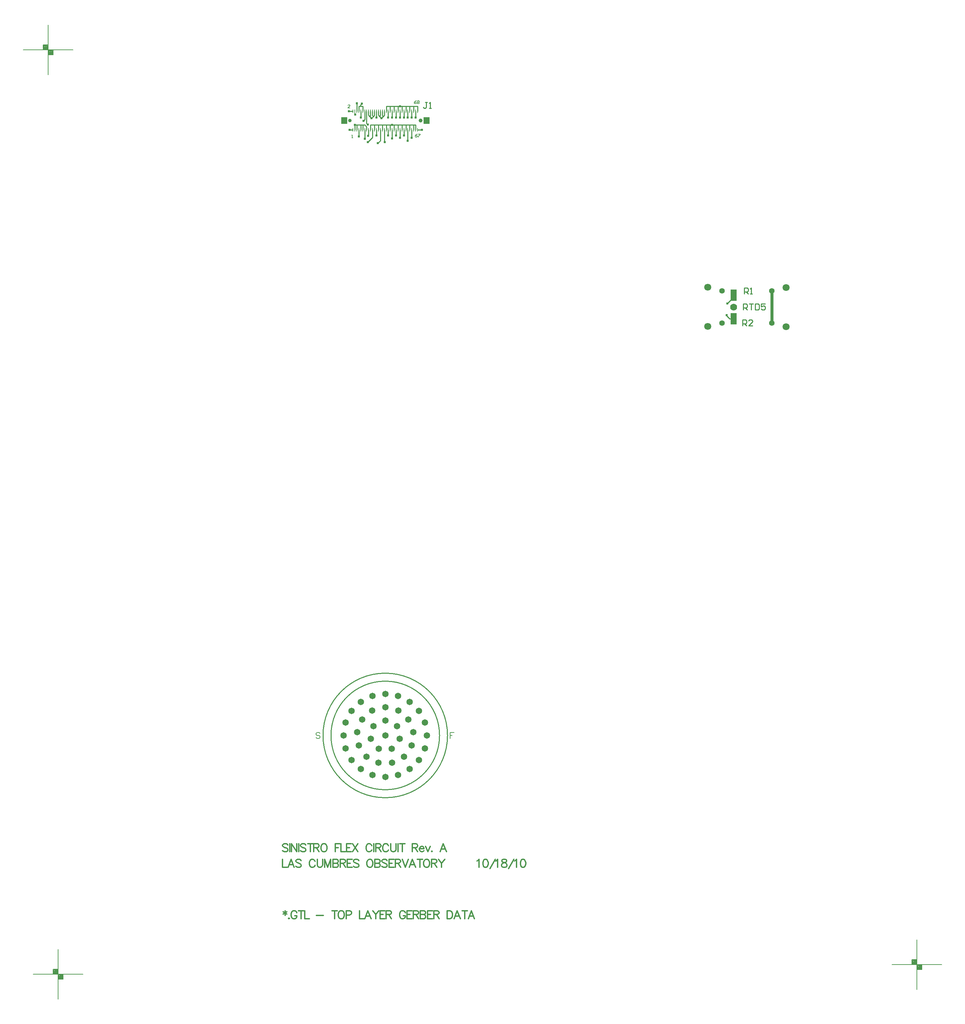
<source format=gtl>
%FSLAX25Y25*%
%MOIN*%
G70*
G01*
G75*
G04 Layer_Physical_Order=1*
G04 Layer_Color=255*
%ADD10C,0.01000*%
%ADD11R,0.05906X0.11811*%
%ADD12R,0.00984X0.03543*%
%ADD13R,0.06299X0.07087*%
%ADD14C,0.03000*%
%ADD15C,0.00800*%
%ADD16C,0.00500*%
%ADD17C,0.01201*%
%ADD18C,0.01200*%
%ADD19C,0.01201*%
%ADD20C,0.07000*%
%ADD21C,0.06500*%
%ADD22C,0.03937*%
%ADD23C,0.03543*%
%ADD24C,0.05512*%
%ADD25C,0.07087*%
%ADD26C,0.02400*%
D10*
X105682Y-641201D02*
G03*
X105682Y-641201I-54501J0D01*
G01*
X113685D02*
G03*
X113685Y-641201I-62505J0D01*
G01*
X34448Y-39271D02*
Y-33169D01*
X79723Y-9508D02*
X83660D01*
X75786D02*
X79723D01*
X83660D01*
X75786D02*
X79723D01*
X71849D02*
X75786D01*
X67912D02*
X71849D01*
X79723D02*
X83660D01*
X75786D02*
X79723D01*
X71849D02*
X75786D01*
X67912D02*
X71849D01*
X63975D02*
X67912D01*
X60038D02*
X63975D01*
X79723D02*
X83660D01*
X75786D02*
X79723D01*
X71849D02*
X75786D01*
X79723D02*
X83660D01*
X75786D02*
X79723D01*
X71849D02*
X75786D01*
X67912D02*
X71849D01*
X79723Y-14468D02*
Y-9508D01*
X75786Y-14468D02*
Y-9508D01*
X71849Y-14468D02*
Y-9508D01*
X63975Y-14468D02*
Y-9508D01*
X60038Y-14468D02*
Y-9508D01*
X67912Y-14468D02*
Y-9508D01*
X79723Y-28308D02*
X81692D01*
X75786D02*
X79723D01*
X71849D02*
X75786D01*
X67912D02*
X71849D01*
X63975D02*
X67912D01*
X79723D02*
X81692D01*
X75786D02*
X79723D01*
X81692D01*
X75786D02*
X79723D01*
X71849D02*
X75786D01*
X67912D02*
X71849D01*
X79723D02*
X81692D01*
X75786D02*
X79723D01*
X71849D02*
X75786D01*
X67912D02*
X71849D01*
X63975D02*
X67912D01*
X60038D02*
X63975D01*
X79723D02*
X81692D01*
X75786D02*
X79723D01*
X71849D02*
X75786D01*
X79723Y-33169D02*
Y-28308D01*
X71849Y-33169D02*
Y-28308D01*
X67912Y-33169D02*
Y-28308D01*
X75786Y-33169D02*
Y-28308D01*
X63975Y-33169D02*
Y-28308D01*
X60038Y-33169D02*
Y-28308D01*
X79723Y-9508D02*
X83660D01*
X75786D02*
X79723D01*
X71849D02*
X75786D01*
X67912D02*
X71849D01*
X63975D02*
X67912D01*
X60038D02*
X63975D01*
X56101D02*
X60038D01*
X52164D02*
X56101D01*
X79723D02*
X83660D01*
X75786D02*
X79723D01*
X71849D02*
X75786D01*
X67912D02*
X71849D01*
X63975D02*
X67912D01*
X60038D02*
X63975D01*
X56101D02*
X60038D01*
X56101Y-14468D02*
Y-9508D01*
X79723Y-28308D02*
X81692D01*
X75786D02*
X79723D01*
X71849D02*
X75786D01*
X67912D02*
X71849D01*
X63975D02*
X67912D01*
X60038D02*
X63975D01*
X52164D02*
X56101D01*
X48227D02*
X52164D01*
X44290D02*
X48227D01*
X40353D02*
X44290D01*
X79723D02*
X81692D01*
X75786D02*
X79723D01*
X71849D02*
X75786D01*
X67912D02*
X71849D01*
X63975D02*
X67912D01*
X60038D02*
X63975D01*
X56101D02*
X60038D01*
X52164D02*
X56101D01*
X48227D02*
X52164D01*
X44290D02*
X48227D01*
X40353D02*
X44290D01*
X36416D02*
X40353D01*
X79723D02*
X81692D01*
X75786D02*
X79723D01*
X71849D02*
X75786D01*
X67912D02*
X71849D01*
X63975D02*
X67912D01*
X60038D02*
X63975D01*
X56101D02*
X60038D01*
X79723D02*
X81692D01*
X75786D02*
X79723D01*
X71849D02*
X75786D01*
X67912D02*
X71849D01*
X63975D02*
X67912D01*
X60038D02*
X63975D01*
X56101D02*
X60038D01*
X52164D02*
X56101D01*
X52164Y-33169D02*
Y-28308D01*
X48227Y-33169D02*
Y-28308D01*
X79723D02*
X81692D01*
X75786D02*
X79723D01*
X71849D02*
X75786D01*
X67912D02*
X71849D01*
X63975D02*
X67912D01*
X60038D02*
X63975D01*
X56101D02*
X60038D01*
X52164D02*
X56101D01*
X48227D02*
X52164D01*
X44290D02*
X48227D01*
X79723D02*
X81692D01*
X75786D02*
X79723D01*
X71849D02*
X75786D01*
X67912D02*
X71849D01*
X63975D02*
X67912D01*
X60038D02*
X63975D01*
X56101D02*
X60038D01*
X52164D02*
X56101D01*
X48227D02*
X52164D01*
X28542Y-28209D02*
X30511D01*
X26574D02*
X28542D01*
X22637D02*
X26574D01*
X28542D02*
X30511D01*
X26574D02*
X28542D01*
X22637D02*
X26574D01*
X20668D02*
X22637D01*
X28542D02*
X30511D01*
X26574D02*
X28542D01*
X56101Y-33169D02*
Y-28308D01*
X44290Y-33169D02*
Y-28308D01*
X40353Y-33169D02*
Y-28308D01*
X28542Y-33169D02*
Y-28209D01*
X22637Y-33169D02*
Y-28209D01*
X26574Y-33169D02*
Y-28209D01*
X37401Y-21615D02*
X39230Y-19786D01*
X38385Y-18941D02*
X39230Y-19786D01*
X394582Y-207709D02*
X401082Y-201209D01*
Y-199272D01*
X15157Y-33229D02*
X15216Y-33169D01*
X18700D01*
X83660D02*
X88052D01*
X77657Y-41103D02*
X77755Y-41004D01*
Y-33169D01*
X24605Y-39823D02*
Y-33169D01*
X20668D02*
Y-28209D01*
X32479Y-33169D02*
Y-30177D01*
X30511Y-28209D02*
X32479Y-30177D01*
X28542Y-28209D02*
X30511D01*
X36416Y-33169D02*
Y-28308D01*
X81692Y-33169D02*
Y-28308D01*
X79723D02*
X81692D01*
X24605Y-14468D02*
Y-9508D01*
X28542Y-14468D02*
Y-9508D01*
X52164Y-14468D02*
Y-9508D01*
X83660Y-14468D02*
Y-9508D01*
X79723D02*
X83660D01*
X46259Y-18632D02*
Y-14468D01*
X45260Y-19631D02*
X46259Y-18632D01*
X50196Y-18662D02*
Y-14468D01*
X44290Y-18662D02*
Y-14468D01*
Y-18662D02*
X45260Y-19631D01*
X47243Y-21615D01*
X50196Y-18662D01*
X48227Y-19067D02*
Y-14468D01*
Y-19067D02*
X49009Y-19849D01*
X50196Y-18662D01*
X34448Y-18662D02*
Y-14468D01*
Y-18662D02*
X37401Y-21615D01*
X40353Y-18662D02*
Y-14468D01*
X36416Y-18779D02*
Y-14468D01*
X35491Y-19705D02*
X36416Y-18779D01*
X38385Y-18941D02*
Y-14468D01*
X39230Y-19786D02*
X40353Y-18662D01*
X69881Y-38839D02*
Y-33169D01*
X30511Y-42284D02*
X30609Y-42382D01*
X30511Y-42284D02*
Y-33169D01*
X62007Y-20827D02*
Y-14468D01*
Y-38741D02*
Y-33169D01*
X33759Y-45532D02*
X38385Y-40906D01*
Y-33169D01*
X73818Y-44056D02*
Y-33169D01*
X32479Y-26733D02*
X33759Y-28012D01*
X32479Y-26733D02*
Y-14468D01*
X58070Y-41890D02*
Y-33169D01*
X42322Y-20827D02*
Y-14468D01*
X54133Y-38839D02*
Y-33169D01*
X46259Y-44065D02*
Y-33169D01*
X77755Y-20827D02*
Y-14468D01*
X81692Y-20827D02*
Y-14468D01*
X26574Y-20827D02*
Y-14468D01*
X50196Y-45040D02*
X50590Y-45433D01*
X50196Y-45040D02*
Y-33169D01*
X65944Y-20827D02*
Y-14468D01*
X73818Y-20827D02*
Y-14468D01*
X29231Y-24174D02*
X30511Y-22894D01*
Y-14468D01*
X69881Y-20827D02*
Y-14468D01*
X58070Y-20827D02*
Y-14468D01*
X42322Y-38937D02*
Y-33169D01*
X54133Y-20827D02*
Y-14468D01*
X14507D02*
X18700D01*
X22637D02*
X22637Y-6594D01*
X65944Y-41103D02*
Y-33169D01*
X394094Y-219941D02*
Y-219252D01*
Y-219941D02*
X397046Y-222894D01*
X401082D01*
X34056Y-39271D02*
X34448D01*
X43668Y-46656D02*
X46259Y-44065D01*
X24605Y-9508D02*
X26443D01*
X28542D01*
X26443D02*
Y-8203D01*
X27756Y-6890D01*
X63975Y-9508D02*
X66110D01*
X67912D01*
X56101Y-28308D02*
X58039D01*
X60038D01*
X410629Y-214036D02*
Y-208038D01*
X413628D01*
X414628Y-209037D01*
Y-211037D01*
X413628Y-212036D01*
X410629D01*
X412628D02*
X414628Y-214036D01*
X416627Y-208038D02*
X420626D01*
X418626D01*
Y-214036D01*
X422625Y-208038D02*
Y-214036D01*
X425624D01*
X426624Y-213036D01*
Y-209037D01*
X425624Y-208038D01*
X422625D01*
X432622D02*
X428623D01*
Y-211037D01*
X430623Y-210037D01*
X431622D01*
X432622Y-211037D01*
Y-213036D01*
X431622Y-214036D01*
X429623D01*
X428623Y-213036D01*
X93466Y-5676D02*
X91467D01*
X92467D01*
Y-10674D01*
X91467Y-11674D01*
X90467D01*
X89468Y-10674D01*
X95466Y-11674D02*
X97465D01*
X96465D01*
Y-5676D01*
X95466Y-6675D01*
X411613Y-197894D02*
Y-191896D01*
X414612D01*
X415612Y-192896D01*
Y-194895D01*
X414612Y-195895D01*
X411613D01*
X413613D02*
X415612Y-197894D01*
X417611D02*
X419611D01*
X418611D01*
Y-191896D01*
X417611Y-192896D01*
X410137Y-229981D02*
Y-223983D01*
X413136D01*
X414136Y-224982D01*
Y-226982D01*
X413136Y-227981D01*
X410137D01*
X412136D02*
X414136Y-229981D01*
X420134D02*
X416135D01*
X420134Y-225982D01*
Y-224982D01*
X419134Y-223983D01*
X417135D01*
X416135Y-224982D01*
D11*
X401082Y-222894D02*
D03*
Y-199272D02*
D03*
D12*
X83660Y-33169D02*
D03*
X81692D02*
D03*
X79723D02*
D03*
X77755D02*
D03*
X75786D02*
D03*
X73818D02*
D03*
X71849D02*
D03*
X69881D02*
D03*
X67912D02*
D03*
X65944D02*
D03*
X63975D02*
D03*
X62007D02*
D03*
X60038D02*
D03*
X58070D02*
D03*
X56101D02*
D03*
X54133D02*
D03*
X52164D02*
D03*
X50196D02*
D03*
X48227D02*
D03*
X46259D02*
D03*
X44290D02*
D03*
X42322D02*
D03*
X40353D02*
D03*
X38385D02*
D03*
X36416D02*
D03*
X34448D02*
D03*
X32479D02*
D03*
X30511D02*
D03*
X28542D02*
D03*
X26574D02*
D03*
X24605D02*
D03*
X22637D02*
D03*
X20668D02*
D03*
X18700D02*
D03*
X83660Y-14468D02*
D03*
X81692D02*
D03*
X79723D02*
D03*
X77755D02*
D03*
X75786D02*
D03*
X73818D02*
D03*
X71849D02*
D03*
X69881D02*
D03*
X67912D02*
D03*
X65944D02*
D03*
X63975D02*
D03*
X62007D02*
D03*
X60038D02*
D03*
X58070D02*
D03*
X56101D02*
D03*
X54133D02*
D03*
X52164D02*
D03*
X50196D02*
D03*
X48227D02*
D03*
X46259D02*
D03*
X44290D02*
D03*
X42322D02*
D03*
X40353D02*
D03*
X38385D02*
D03*
X36416D02*
D03*
X34448D02*
D03*
X32479D02*
D03*
X30511D02*
D03*
X28542D02*
D03*
X26574D02*
D03*
X24605D02*
D03*
X22637D02*
D03*
X20668D02*
D03*
X18700D02*
D03*
D13*
X9842Y-23819D02*
D03*
X92519D02*
D03*
D14*
X439271Y-227225D02*
Y-194941D01*
D15*
X20668Y-18109D02*
Y-14468D01*
Y-18109D02*
X20670D01*
X21035Y-17744D01*
X120435Y-638156D02*
X116436D01*
Y-641155D01*
X118436D01*
X116436D01*
Y-644154D01*
X-14211Y-639352D02*
X-15211Y-638353D01*
X-17210D01*
X-18210Y-639352D01*
Y-640352D01*
X-17210Y-641352D01*
X-15211D01*
X-14211Y-642351D01*
Y-643351D01*
X-15211Y-644351D01*
X-17210D01*
X-18210Y-643351D01*
X-302264Y-881004D02*
X-252264D01*
X-277264Y-906004D02*
Y-856004D01*
X-282264Y-876004D02*
X-282264Y-881004D01*
X-282264Y-876004D02*
X-277264Y-876004D01*
X-272264Y-881004D02*
X-272264Y-886004D01*
X-277264Y-886004D02*
X-272264Y-886004D01*
X-276764Y-881504D02*
X-272764D01*
Y-885504D02*
Y-881504D01*
X-276764Y-885504D02*
X-272764D01*
X-276764D02*
Y-881504D01*
X-276264Y-882004D02*
X-273264D01*
Y-885004D02*
Y-882004D01*
X-276264Y-885004D02*
X-273264D01*
X-276264D02*
Y-882504D01*
X-275764D02*
X-273764D01*
X-273764Y-884504D01*
X-275764Y-884504D02*
X-273764Y-884504D01*
X-275764Y-884504D02*
Y-883004D01*
X-275264Y-883004D02*
X-274264Y-883004D01*
Y-884004D02*
Y-883004D01*
X-275264Y-884004D02*
X-274264D01*
X-275264D02*
X-275264Y-883004D01*
Y-883504D02*
X-274264D01*
X-281764Y-876504D02*
X-277764D01*
Y-880504D02*
Y-876504D01*
X-281764Y-880504D02*
X-277764D01*
X-281764D02*
Y-876504D01*
X-281264Y-877004D02*
X-278264D01*
Y-880004D02*
Y-877004D01*
X-281264Y-880004D02*
X-278264D01*
X-281264D02*
Y-877504D01*
X-280764D02*
X-278764Y-877504D01*
Y-879504D02*
Y-877504D01*
X-280764Y-879504D02*
X-278764D01*
X-280764D02*
Y-878004D01*
X-280264D02*
X-279264D01*
X-279264Y-879004D02*
X-279264Y-878004D01*
X-280264Y-879004D02*
X-279264Y-879004D01*
X-280264Y-879004D02*
Y-878004D01*
Y-878504D02*
X-279264D01*
X-312205Y47264D02*
X-262205D01*
X-287205Y22264D02*
Y72264D01*
X-292205Y52264D02*
X-292205Y47264D01*
X-292205Y52264D02*
X-287205Y52264D01*
X-282205Y47264D02*
X-282205Y42264D01*
X-287205Y42264D02*
X-282205Y42264D01*
X-286705Y46764D02*
X-282705D01*
Y42764D02*
Y46764D01*
X-286705Y42764D02*
X-282705D01*
X-286705D02*
Y46764D01*
X-286205Y46264D02*
X-283205D01*
Y43264D02*
Y46264D01*
X-286205Y43264D02*
X-283205D01*
X-286205D02*
Y45764D01*
X-285705D02*
X-283705D01*
X-283705Y43764D01*
X-285705Y43764D02*
X-283705Y43764D01*
X-285705Y43764D02*
Y45264D01*
X-285205Y45264D02*
X-284205Y45264D01*
Y44264D02*
Y45264D01*
X-285205Y44264D02*
X-284205D01*
X-285205D02*
X-285205Y45264D01*
Y44764D02*
X-284205D01*
X-291705Y51764D02*
X-287705D01*
Y47764D02*
Y51764D01*
X-291705Y47764D02*
X-287705D01*
X-291705D02*
Y51764D01*
X-291205Y51264D02*
X-288205D01*
Y48264D02*
Y51264D01*
X-291205Y48264D02*
X-288205D01*
X-291205D02*
Y50764D01*
X-290705D02*
X-288705Y50764D01*
Y48764D02*
Y50764D01*
X-290705Y48764D02*
X-288705D01*
X-290705D02*
Y50264D01*
X-290205D02*
X-289205D01*
X-289205Y49264D02*
X-289205Y50264D01*
X-290205Y49264D02*
X-289205Y49264D01*
X-290205Y49264D02*
Y50264D01*
Y49764D02*
X-289205D01*
X559941Y-871142D02*
X609941D01*
X584941Y-896142D02*
Y-846142D01*
X579941Y-866142D02*
X579941Y-871142D01*
X579941Y-866142D02*
X584941Y-866142D01*
X589941Y-871142D02*
X589941Y-876142D01*
X584941Y-876142D02*
X589941Y-876142D01*
X585441Y-871642D02*
X589441D01*
Y-875642D02*
Y-871642D01*
X585441Y-875642D02*
X589441D01*
X585441D02*
Y-871642D01*
X585941Y-872142D02*
X588941D01*
Y-875142D02*
Y-872142D01*
X585941Y-875142D02*
X588941D01*
X585941D02*
Y-872642D01*
X586441D02*
X588441D01*
X588441Y-874642D01*
X586441Y-874642D02*
X588441Y-874642D01*
X586441Y-874642D02*
Y-873142D01*
X586941Y-873142D02*
X587941Y-873142D01*
Y-874142D02*
Y-873142D01*
X586941Y-874142D02*
X587941D01*
X586941D02*
X586941Y-873142D01*
Y-873642D02*
X587941D01*
X580441Y-866642D02*
X584441D01*
Y-870642D02*
Y-866642D01*
X580441Y-870642D02*
X584441D01*
X580441D02*
Y-866642D01*
X580941Y-867142D02*
X583941D01*
Y-870142D02*
Y-867142D01*
X580941Y-870142D02*
X583941D01*
X580941D02*
Y-867642D01*
X581441D02*
X583441Y-867642D01*
Y-869642D02*
Y-867642D01*
X581441Y-869642D02*
X583441D01*
X581441D02*
Y-868142D01*
X581941D02*
X582941D01*
X582941Y-869142D02*
X582941Y-868142D01*
X581941Y-869142D02*
X582941Y-869142D01*
X581941Y-869142D02*
Y-868142D01*
Y-868642D02*
X582941D01*
D16*
X17617Y-41201D02*
X18617D01*
X18117D01*
Y-38202D01*
X17617Y-38702D01*
X15778Y-11083D02*
X13779D01*
X15778Y-9084D01*
Y-8584D01*
X15278Y-8084D01*
X14278D01*
X13779Y-8584D01*
X83298Y-37513D02*
X82298Y-38013D01*
X81298Y-39013D01*
Y-40012D01*
X81798Y-40512D01*
X82798D01*
X83298Y-40012D01*
Y-39513D01*
X82798Y-39013D01*
X81298D01*
X84297Y-37513D02*
X86297D01*
Y-38013D01*
X84297Y-40012D01*
Y-40512D01*
X82215Y-4049D02*
X81215Y-4549D01*
X80216Y-5548D01*
Y-6548D01*
X80716Y-7048D01*
X81715D01*
X82215Y-6548D01*
Y-6048D01*
X81715Y-5548D01*
X80216D01*
X83215Y-4549D02*
X83715Y-4049D01*
X84714D01*
X85214Y-4549D01*
Y-5048D01*
X84714Y-5548D01*
X85214Y-6048D01*
Y-6548D01*
X84714Y-7048D01*
X83715D01*
X83215Y-6548D01*
Y-6048D01*
X83715Y-5548D01*
X83215Y-5048D01*
Y-4549D01*
X83715Y-5548D02*
X84714D01*
D17*
X-49474Y-817199D02*
Y-821769D01*
X-51378Y-818341D02*
X-47569Y-820626D01*
Y-818341D02*
X-51378Y-820626D01*
X-45551Y-824435D02*
X-45932Y-824816D01*
X-45551Y-825197D01*
X-45170Y-824816D01*
X-45551Y-824435D01*
X-37705Y-819103D02*
X-38086Y-818341D01*
X-38847Y-817579D01*
X-39609Y-817199D01*
X-41133D01*
X-41894Y-817579D01*
X-42656Y-818341D01*
X-43037Y-819103D01*
X-43418Y-820245D01*
Y-822150D01*
X-43037Y-823293D01*
X-42656Y-824054D01*
X-41894Y-824816D01*
X-41133Y-825197D01*
X-39609D01*
X-38847Y-824816D01*
X-38086Y-824054D01*
X-37705Y-823293D01*
Y-822150D01*
X-39609D02*
X-37705D01*
X-33210Y-817199D02*
Y-825197D01*
X-35877Y-817199D02*
X-30544D01*
X-29592D02*
Y-825197D01*
X-25022D01*
X-17861Y-821769D02*
X-11006D01*
X306Y-817199D02*
Y-825197D01*
X-2360Y-817199D02*
X2972D01*
X6210D02*
X5448Y-817579D01*
X4686Y-818341D01*
X4305Y-819103D01*
X3924Y-820245D01*
Y-822150D01*
X4305Y-823293D01*
X4686Y-824054D01*
X5448Y-824816D01*
X6210Y-825197D01*
X7733D01*
X8495Y-824816D01*
X9257Y-824054D01*
X9638Y-823293D01*
X10018Y-822150D01*
Y-820245D01*
X9638Y-819103D01*
X9257Y-818341D01*
X8495Y-817579D01*
X7733Y-817199D01*
X6210D01*
X11885Y-821388D02*
X15313D01*
X16455Y-821007D01*
X16836Y-820626D01*
X17217Y-819865D01*
Y-818722D01*
X16836Y-817960D01*
X16455Y-817579D01*
X15313Y-817199D01*
X11885D01*
Y-825197D01*
X25291Y-817199D02*
Y-825197D01*
X29862D01*
X36832D02*
X33785Y-817199D01*
X30738Y-825197D01*
X31880Y-822531D02*
X35689D01*
X38698Y-817199D02*
X41745Y-821007D01*
Y-825197D01*
X44792Y-817199D02*
X41745Y-821007D01*
X50772Y-817199D02*
X45820D01*
Y-825197D01*
X50772D01*
X45820Y-821007D02*
X48867D01*
X52105Y-817199D02*
Y-825197D01*
Y-817199D02*
X55532D01*
X56675Y-817579D01*
X57056Y-817960D01*
X57437Y-818722D01*
Y-819484D01*
X57056Y-820245D01*
X56675Y-820626D01*
X55532Y-821007D01*
X52105D01*
X54771D02*
X57437Y-825197D01*
X71224Y-819103D02*
X70843Y-818341D01*
X70082Y-817579D01*
X69320Y-817199D01*
X67796D01*
X67035Y-817579D01*
X66273Y-818341D01*
X65892Y-819103D01*
X65511Y-820245D01*
Y-822150D01*
X65892Y-823293D01*
X66273Y-824054D01*
X67035Y-824816D01*
X67796Y-825197D01*
X69320D01*
X70082Y-824816D01*
X70843Y-824054D01*
X71224Y-823293D01*
Y-822150D01*
X69320D02*
X71224D01*
X78004Y-817199D02*
X73053D01*
Y-825197D01*
X78004D01*
X73053Y-821007D02*
X76099D01*
X79337Y-817199D02*
Y-825197D01*
Y-817199D02*
X82765D01*
X83907Y-817579D01*
X84288Y-817960D01*
X84669Y-818722D01*
Y-819484D01*
X84288Y-820245D01*
X83907Y-820626D01*
X82765Y-821007D01*
X79337D01*
X82003D02*
X84669Y-825197D01*
X86459Y-817199D02*
Y-825197D01*
Y-817199D02*
X89887D01*
X91030Y-817579D01*
X91410Y-817960D01*
X91791Y-818722D01*
Y-819484D01*
X91410Y-820245D01*
X91030Y-820626D01*
X89887Y-821007D01*
X86459D02*
X89887D01*
X91030Y-821388D01*
X91410Y-821769D01*
X91791Y-822531D01*
Y-823673D01*
X91410Y-824435D01*
X91030Y-824816D01*
X89887Y-825197D01*
X86459D01*
X98533Y-817199D02*
X93581D01*
Y-825197D01*
X98533D01*
X93581Y-821007D02*
X96628D01*
X99866Y-817199D02*
Y-825197D01*
Y-817199D02*
X103294D01*
X104436Y-817579D01*
X104817Y-817960D01*
X105198Y-818722D01*
Y-819484D01*
X104817Y-820245D01*
X104436Y-820626D01*
X103294Y-821007D01*
X99866D01*
X102532D02*
X105198Y-825197D01*
X113273Y-817199D02*
Y-825197D01*
Y-817199D02*
X115939D01*
X117081Y-817579D01*
X117843Y-818341D01*
X118224Y-819103D01*
X118605Y-820245D01*
Y-822150D01*
X118224Y-823293D01*
X117843Y-824054D01*
X117081Y-824816D01*
X115939Y-825197D01*
X113273D01*
X126489D02*
X123442Y-817199D01*
X120395Y-825197D01*
X121537Y-822531D02*
X125346D01*
X131021Y-817199D02*
Y-825197D01*
X128355Y-817199D02*
X133687D01*
X140733Y-825197D02*
X137686Y-817199D01*
X134639Y-825197D01*
X135782Y-822531D02*
X139591D01*
D18*
X-46609Y-751128D02*
X-47371Y-750366D01*
X-48513Y-749985D01*
X-50037D01*
X-51179Y-750366D01*
X-51941Y-751128D01*
Y-751890D01*
X-51560Y-752651D01*
X-51179Y-753032D01*
X-50418Y-753413D01*
X-48132Y-754175D01*
X-47371Y-754556D01*
X-46990Y-754937D01*
X-46609Y-755698D01*
Y-756841D01*
X-47371Y-757603D01*
X-48513Y-757983D01*
X-50037D01*
X-51179Y-757603D01*
X-51941Y-756841D01*
X-44819Y-749985D02*
Y-757983D01*
X-43143Y-749985D02*
Y-757983D01*
Y-749985D02*
X-37811Y-757983D01*
Y-749985D02*
Y-757983D01*
X-35602Y-749985D02*
Y-757983D01*
X-28594Y-751128D02*
X-29355Y-750366D01*
X-30498Y-749985D01*
X-32021D01*
X-33164Y-750366D01*
X-33926Y-751128D01*
Y-751890D01*
X-33545Y-752651D01*
X-33164Y-753032D01*
X-32402Y-753413D01*
X-30117Y-754175D01*
X-29355Y-754556D01*
X-28975Y-754937D01*
X-28594Y-755698D01*
Y-756841D01*
X-29355Y-757603D01*
X-30498Y-757983D01*
X-32021D01*
X-33164Y-757603D01*
X-33926Y-756841D01*
X-24137Y-749985D02*
Y-757983D01*
X-26804Y-749985D02*
X-21471D01*
X-20519D02*
Y-757983D01*
Y-749985D02*
X-17091D01*
X-15949Y-750366D01*
X-15568Y-750747D01*
X-15187Y-751509D01*
Y-752270D01*
X-15568Y-753032D01*
X-15949Y-753413D01*
X-17091Y-753794D01*
X-20519D01*
X-17853D02*
X-15187Y-757983D01*
X-11112Y-749985D02*
X-11873Y-750366D01*
X-12635Y-751128D01*
X-13016Y-751890D01*
X-13397Y-753032D01*
Y-754937D01*
X-13016Y-756079D01*
X-12635Y-756841D01*
X-11873Y-757603D01*
X-11112Y-757983D01*
X-9588D01*
X-8826Y-757603D01*
X-8065Y-756841D01*
X-7684Y-756079D01*
X-7303Y-754937D01*
Y-753032D01*
X-7684Y-751890D01*
X-8065Y-751128D01*
X-8826Y-750366D01*
X-9588Y-749985D01*
X-11112D01*
X848D02*
Y-757983D01*
Y-749985D02*
X5799D01*
X848Y-753794D02*
X3895D01*
X6713Y-749985D02*
Y-757983D01*
X11283D01*
X17111Y-749985D02*
X12160D01*
Y-757983D01*
X17111D01*
X12160Y-753794D02*
X15206D01*
X18444Y-749985D02*
X23776Y-757983D01*
Y-749985D02*
X18444Y-757983D01*
X37564Y-751890D02*
X37183Y-751128D01*
X36421Y-750366D01*
X35659Y-749985D01*
X34136D01*
X33374Y-750366D01*
X32612Y-751128D01*
X32231Y-751890D01*
X31850Y-753032D01*
Y-754937D01*
X32231Y-756079D01*
X32612Y-756841D01*
X33374Y-757603D01*
X34136Y-757983D01*
X35659D01*
X36421Y-757603D01*
X37183Y-756841D01*
X37564Y-756079D01*
X39811Y-749985D02*
Y-757983D01*
X41487Y-749985D02*
Y-757983D01*
Y-749985D02*
X44914D01*
X46057Y-750366D01*
X46438Y-750747D01*
X46819Y-751509D01*
Y-752270D01*
X46438Y-753032D01*
X46057Y-753413D01*
X44914Y-753794D01*
X41487D01*
X44153D02*
X46819Y-757983D01*
X54322Y-751890D02*
X53941Y-751128D01*
X53179Y-750366D01*
X52418Y-749985D01*
X50894D01*
X50132Y-750366D01*
X49371Y-751128D01*
X48990Y-751890D01*
X48609Y-753032D01*
Y-754937D01*
X48990Y-756079D01*
X49371Y-756841D01*
X50132Y-757603D01*
X50894Y-757983D01*
X52418D01*
X53179Y-757603D01*
X53941Y-756841D01*
X54322Y-756079D01*
X56569Y-749985D02*
Y-755698D01*
X56950Y-756841D01*
X57712Y-757603D01*
X58854Y-757983D01*
X59616D01*
X60759Y-757603D01*
X61520Y-756841D01*
X61901Y-755698D01*
Y-749985D01*
X64110D02*
Y-757983D01*
X68452Y-749985D02*
Y-757983D01*
X65786Y-749985D02*
X71118D01*
X78355D02*
Y-757983D01*
Y-749985D02*
X81783D01*
X82925Y-750366D01*
X83306Y-750747D01*
X83687Y-751509D01*
Y-752270D01*
X83306Y-753032D01*
X82925Y-753413D01*
X81783Y-753794D01*
X78355D01*
X81021D02*
X83687Y-757983D01*
X85477Y-754937D02*
X90048D01*
Y-754175D01*
X89667Y-753413D01*
X89286Y-753032D01*
X88524Y-752651D01*
X87382D01*
X86620Y-753032D01*
X85858Y-753794D01*
X85477Y-754937D01*
Y-755698D01*
X85858Y-756841D01*
X86620Y-757603D01*
X87382Y-757983D01*
X88524D01*
X89286Y-757603D01*
X90048Y-756841D01*
X91761Y-752651D02*
X94047Y-757983D01*
X96332Y-752651D02*
X94047Y-757983D01*
X98008Y-757222D02*
X97627Y-757603D01*
X98008Y-757983D01*
X98389Y-757603D01*
X98008Y-757222D01*
X112519Y-757983D02*
X109472Y-749985D01*
X106425Y-757983D01*
X107568Y-755317D02*
X111376D01*
D19*
X-51940Y-765620D02*
Y-773618D01*
X-47370D01*
X-40400D02*
X-43447Y-765620D01*
X-46494Y-773618D01*
X-45351Y-770952D02*
X-41542D01*
X-33201Y-766762D02*
X-33963Y-766001D01*
X-35106Y-765620D01*
X-36629D01*
X-37772Y-766001D01*
X-38534Y-766762D01*
Y-767524D01*
X-38153Y-768286D01*
X-37772Y-768667D01*
X-37010Y-769048D01*
X-34725Y-769809D01*
X-33963Y-770190D01*
X-33582Y-770571D01*
X-33201Y-771333D01*
Y-772475D01*
X-33963Y-773237D01*
X-35106Y-773618D01*
X-36629D01*
X-37772Y-773237D01*
X-38534Y-772475D01*
X-19414Y-767524D02*
X-19795Y-766762D01*
X-20557Y-766001D01*
X-21318Y-765620D01*
X-22842D01*
X-23603Y-766001D01*
X-24365Y-766762D01*
X-24746Y-767524D01*
X-25127Y-768667D01*
Y-770571D01*
X-24746Y-771714D01*
X-24365Y-772475D01*
X-23603Y-773237D01*
X-22842Y-773618D01*
X-21318D01*
X-20557Y-773237D01*
X-19795Y-772475D01*
X-19414Y-771714D01*
X-17167Y-765620D02*
Y-771333D01*
X-16786Y-772475D01*
X-16024Y-773237D01*
X-14882Y-773618D01*
X-14120D01*
X-12977Y-773237D01*
X-12215Y-772475D01*
X-11834Y-771333D01*
Y-765620D01*
X-9625D02*
Y-773618D01*
Y-765620D02*
X-6578Y-773618D01*
X-3531Y-765620D02*
X-6578Y-773618D01*
X-3531Y-765620D02*
Y-773618D01*
X-1246Y-765620D02*
Y-773618D01*
Y-765620D02*
X2182D01*
X3324Y-766001D01*
X3705Y-766382D01*
X4086Y-767143D01*
Y-767905D01*
X3705Y-768667D01*
X3324Y-769048D01*
X2182Y-769429D01*
X-1246D02*
X2182D01*
X3324Y-769809D01*
X3705Y-770190D01*
X4086Y-770952D01*
Y-772095D01*
X3705Y-772856D01*
X3324Y-773237D01*
X2182Y-773618D01*
X-1246D01*
X5876Y-765620D02*
Y-773618D01*
Y-765620D02*
X9304D01*
X10446Y-766001D01*
X10827Y-766382D01*
X11208Y-767143D01*
Y-767905D01*
X10827Y-768667D01*
X10446Y-769048D01*
X9304Y-769429D01*
X5876D01*
X8542D02*
X11208Y-773618D01*
X17950Y-765620D02*
X12998D01*
Y-773618D01*
X17950D01*
X12998Y-769429D02*
X16045D01*
X24615Y-766762D02*
X23853Y-766001D01*
X22711Y-765620D01*
X21187D01*
X20044Y-766001D01*
X19283Y-766762D01*
Y-767524D01*
X19663Y-768286D01*
X20044Y-768667D01*
X20806Y-769048D01*
X23091Y-769809D01*
X23853Y-770190D01*
X24234Y-770571D01*
X24615Y-771333D01*
Y-772475D01*
X23853Y-773237D01*
X22711Y-773618D01*
X21187D01*
X20044Y-773237D01*
X19283Y-772475D01*
X34975Y-765620D02*
X34213Y-766001D01*
X33451Y-766762D01*
X33070Y-767524D01*
X32689Y-768667D01*
Y-770571D01*
X33070Y-771714D01*
X33451Y-772475D01*
X34213Y-773237D01*
X34975Y-773618D01*
X36498D01*
X37260Y-773237D01*
X38021Y-772475D01*
X38402Y-771714D01*
X38783Y-770571D01*
Y-768667D01*
X38402Y-767524D01*
X38021Y-766762D01*
X37260Y-766001D01*
X36498Y-765620D01*
X34975D01*
X40650D02*
Y-773618D01*
Y-765620D02*
X44077D01*
X45220Y-766001D01*
X45601Y-766382D01*
X45982Y-767143D01*
Y-767905D01*
X45601Y-768667D01*
X45220Y-769048D01*
X44077Y-769429D01*
X40650D02*
X44077D01*
X45220Y-769809D01*
X45601Y-770190D01*
X45982Y-770952D01*
Y-772095D01*
X45601Y-772856D01*
X45220Y-773237D01*
X44077Y-773618D01*
X40650D01*
X53104Y-766762D02*
X52342Y-766001D01*
X51200Y-765620D01*
X49676D01*
X48533Y-766001D01*
X47772Y-766762D01*
Y-767524D01*
X48153Y-768286D01*
X48533Y-768667D01*
X49295Y-769048D01*
X51581Y-769809D01*
X52342Y-770190D01*
X52723Y-770571D01*
X53104Y-771333D01*
Y-772475D01*
X52342Y-773237D01*
X51200Y-773618D01*
X49676D01*
X48533Y-773237D01*
X47772Y-772475D01*
X59845Y-765620D02*
X54894D01*
Y-773618D01*
X59845D01*
X54894Y-769429D02*
X57941D01*
X61178Y-765620D02*
Y-773618D01*
Y-765620D02*
X64606D01*
X65749Y-766001D01*
X66130Y-766382D01*
X66511Y-767143D01*
Y-767905D01*
X66130Y-768667D01*
X65749Y-769048D01*
X64606Y-769429D01*
X61178D01*
X63845D02*
X66511Y-773618D01*
X68301Y-765620D02*
X71348Y-773618D01*
X74395Y-765620D02*
X71348Y-773618D01*
X81517D02*
X78470Y-765620D01*
X75423Y-773618D01*
X76566Y-770952D02*
X80374D01*
X86049Y-765620D02*
Y-773618D01*
X83383Y-765620D02*
X88715D01*
X91953D02*
X91191Y-766001D01*
X90429Y-766762D01*
X90048Y-767524D01*
X89667Y-768667D01*
Y-770571D01*
X90048Y-771714D01*
X90429Y-772475D01*
X91191Y-773237D01*
X91953Y-773618D01*
X93476D01*
X94238Y-773237D01*
X95000Y-772475D01*
X95381Y-771714D01*
X95762Y-770571D01*
Y-768667D01*
X95381Y-767524D01*
X95000Y-766762D01*
X94238Y-766001D01*
X93476Y-765620D01*
X91953D01*
X97628D02*
Y-773618D01*
Y-765620D02*
X101056D01*
X102198Y-766001D01*
X102579Y-766382D01*
X102960Y-767143D01*
Y-767905D01*
X102579Y-768667D01*
X102198Y-769048D01*
X101056Y-769429D01*
X97628D01*
X100294D02*
X102960Y-773618D01*
X104750Y-765620D02*
X107797Y-769429D01*
Y-773618D01*
X110844Y-765620D02*
X107797Y-769429D01*
X143294Y-767143D02*
X144056Y-766762D01*
X145199Y-765620D01*
Y-773618D01*
X151445Y-765620D02*
X150302Y-766001D01*
X149540Y-767143D01*
X149160Y-769048D01*
Y-770190D01*
X149540Y-772095D01*
X150302Y-773237D01*
X151445Y-773618D01*
X152207D01*
X153349Y-773237D01*
X154111Y-772095D01*
X154492Y-770190D01*
Y-769048D01*
X154111Y-767143D01*
X153349Y-766001D01*
X152207Y-765620D01*
X151445D01*
X156282Y-774761D02*
X161614Y-765620D01*
X162147Y-767143D02*
X162909Y-766762D01*
X164052Y-765620D01*
Y-773618D01*
X169917Y-765620D02*
X168774Y-766001D01*
X168394Y-766762D01*
Y-767524D01*
X168774Y-768286D01*
X169536Y-768667D01*
X171060Y-769048D01*
X172202Y-769429D01*
X172964Y-770190D01*
X173345Y-770952D01*
Y-772095D01*
X172964Y-772856D01*
X172583Y-773237D01*
X171440Y-773618D01*
X169917D01*
X168774Y-773237D01*
X168394Y-772856D01*
X168013Y-772095D01*
Y-770952D01*
X168394Y-770190D01*
X169155Y-769429D01*
X170298Y-769048D01*
X171821Y-768667D01*
X172583Y-768286D01*
X172964Y-767524D01*
Y-766762D01*
X172583Y-766001D01*
X171440Y-765620D01*
X169917D01*
X175135Y-774761D02*
X180467Y-765620D01*
X181000Y-767143D02*
X181762Y-766762D01*
X182905Y-765620D01*
Y-773618D01*
X189151Y-765620D02*
X188008Y-766001D01*
X187247Y-767143D01*
X186866Y-769048D01*
Y-770190D01*
X187247Y-772095D01*
X188008Y-773237D01*
X189151Y-773618D01*
X189913D01*
X191055Y-773237D01*
X191817Y-772095D01*
X192198Y-770190D01*
Y-769048D01*
X191817Y-767143D01*
X191055Y-766001D01*
X189913Y-765620D01*
X189151D01*
D20*
X401082Y-211083D02*
D03*
D21*
X64097Y-601447D02*
D03*
X75750Y-607384D02*
D03*
X84997Y-616632D02*
D03*
X90934Y-628284D02*
D03*
X92980Y-641201D02*
D03*
X90934Y-654118D02*
D03*
X84997Y-665771D02*
D03*
X75750Y-675018D02*
D03*
X64097Y-680955D02*
D03*
X51180Y-683001D02*
D03*
X38263Y-680955D02*
D03*
X26611Y-675018D02*
D03*
X17363Y-665771D02*
D03*
X11426Y-654118D02*
D03*
X9380Y-641201D02*
D03*
X11426Y-628284D02*
D03*
X17363Y-616632D02*
D03*
X26611Y-607384D02*
D03*
X38263Y-601447D02*
D03*
X51180Y-599401D02*
D03*
X64334Y-616144D02*
D03*
X74472Y-625126D02*
D03*
X79274Y-637792D02*
D03*
X77641Y-651238D02*
D03*
X69946Y-662385D02*
D03*
X57952Y-668679D02*
D03*
X44407Y-668679D02*
D03*
X32413Y-662384D02*
D03*
X24719Y-651236D02*
D03*
X23087Y-637790D02*
D03*
X27890Y-625125D02*
D03*
X38029Y-616143D02*
D03*
X51180Y-612901D02*
D03*
X62908Y-631850D02*
D03*
X65804Y-644540D02*
D03*
X57688Y-654716D02*
D03*
X44672Y-654716D02*
D03*
X36556Y-644539D02*
D03*
X39453Y-631849D02*
D03*
X51180Y-626201D02*
D03*
Y-641201D02*
D03*
D22*
X86613Y-23819D02*
D03*
D23*
X15747D02*
D03*
D24*
X439271Y-194941D02*
D03*
X389271D02*
D03*
Y-227225D02*
D03*
X439271D02*
D03*
D25*
X453641Y-191398D02*
D03*
Y-230768D02*
D03*
X374901Y-230670D02*
D03*
Y-191300D02*
D03*
D26*
X50590Y-45433D02*
D03*
X42322Y-38937D02*
D03*
X394582Y-207709D02*
D03*
X15157Y-33229D02*
D03*
X77657Y-41103D02*
D03*
X24605Y-39823D02*
D03*
X47243Y-21615D02*
D03*
X37401D02*
D03*
X69881Y-38839D02*
D03*
X30609Y-42382D02*
D03*
X62007Y-20827D02*
D03*
Y-38741D02*
D03*
X33759Y-45532D02*
D03*
X73818Y-44056D02*
D03*
X33759Y-28012D02*
D03*
X58070Y-41890D02*
D03*
X42322Y-20827D02*
D03*
X54133Y-38839D02*
D03*
X77755Y-20827D02*
D03*
X81692D02*
D03*
X26574D02*
D03*
X65944D02*
D03*
X73818D02*
D03*
X29231Y-24174D02*
D03*
X69881Y-20827D02*
D03*
X58070D02*
D03*
X54133D02*
D03*
X65944Y-41103D02*
D03*
X394094Y-219252D02*
D03*
X22637Y-6594D02*
D03*
X34056Y-39271D02*
D03*
X43668Y-46656D02*
D03*
X88052Y-33169D02*
D03*
X14507Y-14468D02*
D03*
X21035Y-17744D02*
D03*
X27756Y-6890D02*
D03*
X66110Y-9508D02*
D03*
X20668Y-28209D02*
D03*
X58039Y-28308D02*
D03*
M02*

</source>
